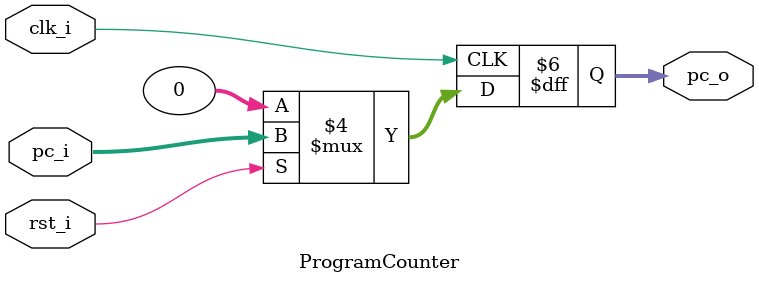
<source format=v>
/***************************************************
Student Name: 
Student ID: 
***************************************************/

`timescale 1ns/1ps

module ProgramCounter(
    input				clk_i,
	input 				rst_i,
	input	   [32-1:0] pc_i,
	output reg [32-1:0] pc_o
	);
 
always @(posedge clk_i) begin
    if(~rst_i)
	    pc_o <= 0;
	else
	    pc_o <= pc_i;
end

endmodule
</source>
